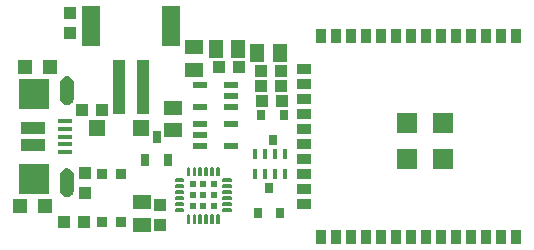
<source format=gbr>
G04 EAGLE Gerber RS-274X export*
G75*
%MOMM*%
%FSLAX34Y34*%
%LPD*%
%INSolderpaste Top*%
%IPPOS*%
%AMOC8*
5,1,8,0,0,1.08239X$1,22.5*%
G01*
%ADD10R,1.240000X1.500000*%
%ADD11R,1.000000X1.075000*%
%ADD12R,1.500000X1.240000*%
%ADD13R,1.200000X0.550000*%
%ADD14R,1.400000X1.400000*%
%ADD15R,1.000000X4.600000*%
%ADD16R,1.600000X3.400000*%
%ADD17R,1.200000X1.200000*%
%ADD18R,1.075000X1.000000*%
%ADD19R,0.900000X0.900000*%
%ADD20C,0.140000*%
%ADD21R,0.600000X0.600000*%
%ADD22R,2.000000X1.000000*%
%ADD23R,2.500000X2.500000*%
%ADD24R,1.250000X0.300000*%
%ADD25R,0.800000X0.900000*%
%ADD26R,0.900000X1.200000*%
%ADD27R,1.200000X0.900000*%
%ADD28R,1.778000X1.778000*%
%ADD29R,0.635000X1.016000*%
%ADD30R,0.450000X0.900000*%

G36*
X53548Y141173D02*
X53548Y141173D01*
X54822Y141373D01*
X54869Y141390D01*
X54959Y141411D01*
X56155Y141889D01*
X56198Y141916D01*
X56281Y141956D01*
X57341Y142688D01*
X57377Y142724D01*
X57448Y142782D01*
X58319Y143732D01*
X58346Y143774D01*
X58403Y143847D01*
X59040Y144967D01*
X59057Y145014D01*
X59096Y145097D01*
X59469Y146331D01*
X59474Y146381D01*
X59494Y146471D01*
X59583Y147756D01*
X59581Y147776D01*
X59584Y147800D01*
X59584Y158800D01*
X59582Y158815D01*
X59583Y158835D01*
X59522Y159961D01*
X59511Y160008D01*
X59503Y160084D01*
X59222Y161177D01*
X59202Y161221D01*
X59180Y161294D01*
X58692Y162311D01*
X58664Y162350D01*
X58627Y162417D01*
X57950Y163320D01*
X57915Y163353D01*
X57866Y163411D01*
X57026Y164164D01*
X56985Y164190D01*
X56925Y164238D01*
X55954Y164812D01*
X55909Y164829D01*
X55842Y164865D01*
X54777Y165239D01*
X54730Y165247D01*
X54657Y165269D01*
X53540Y165428D01*
X53512Y165427D01*
X53360Y165428D01*
X52244Y165269D01*
X52198Y165254D01*
X52123Y165239D01*
X51058Y164865D01*
X51016Y164841D01*
X50946Y164812D01*
X49975Y164238D01*
X49938Y164206D01*
X49874Y164164D01*
X49034Y163411D01*
X49005Y163374D01*
X48950Y163320D01*
X48273Y162417D01*
X48251Y162374D01*
X48208Y162311D01*
X47720Y161294D01*
X47707Y161247D01*
X47678Y161177D01*
X47397Y160084D01*
X47394Y160036D01*
X47378Y159961D01*
X47317Y158835D01*
X47319Y158819D01*
X47316Y158800D01*
X47316Y147800D01*
X47319Y147785D01*
X47317Y147765D01*
X47378Y146639D01*
X47390Y146592D01*
X47397Y146516D01*
X47678Y145423D01*
X47698Y145379D01*
X47720Y145306D01*
X48208Y144289D01*
X48237Y144250D01*
X48273Y144183D01*
X48950Y143280D01*
X48985Y143247D01*
X49034Y143189D01*
X49874Y142436D01*
X49915Y142410D01*
X49975Y142362D01*
X50946Y141788D01*
X50991Y141771D01*
X51058Y141735D01*
X52123Y141361D01*
X52170Y141353D01*
X52244Y141331D01*
X53360Y141172D01*
X53361Y141172D01*
X53548Y141173D01*
G37*
G36*
X53548Y63173D02*
X53548Y63173D01*
X54822Y63373D01*
X54869Y63390D01*
X54959Y63411D01*
X56155Y63889D01*
X56198Y63916D01*
X56281Y63956D01*
X57341Y64688D01*
X57377Y64724D01*
X57448Y64782D01*
X58319Y65732D01*
X58346Y65774D01*
X58403Y65847D01*
X59040Y66967D01*
X59057Y67014D01*
X59096Y67097D01*
X59469Y68331D01*
X59474Y68381D01*
X59494Y68471D01*
X59583Y69756D01*
X59581Y69776D01*
X59584Y69800D01*
X59584Y80800D01*
X59582Y80815D01*
X59583Y80835D01*
X59522Y81961D01*
X59511Y82008D01*
X59503Y82084D01*
X59222Y83177D01*
X59202Y83221D01*
X59180Y83294D01*
X58692Y84311D01*
X58664Y84350D01*
X58627Y84417D01*
X57950Y85320D01*
X57915Y85353D01*
X57866Y85411D01*
X57026Y86164D01*
X56985Y86190D01*
X56925Y86238D01*
X55954Y86812D01*
X55909Y86829D01*
X55842Y86865D01*
X54777Y87239D01*
X54730Y87247D01*
X54657Y87269D01*
X53540Y87428D01*
X53512Y87427D01*
X53360Y87428D01*
X52244Y87269D01*
X52198Y87254D01*
X52123Y87239D01*
X51058Y86865D01*
X51016Y86841D01*
X50946Y86812D01*
X49975Y86238D01*
X49938Y86206D01*
X49874Y86164D01*
X49034Y85411D01*
X49005Y85374D01*
X48950Y85320D01*
X48273Y84417D01*
X48251Y84374D01*
X48208Y84311D01*
X47720Y83294D01*
X47707Y83247D01*
X47678Y83177D01*
X47397Y82084D01*
X47394Y82036D01*
X47378Y81961D01*
X47317Y80835D01*
X47319Y80819D01*
X47316Y80800D01*
X47316Y69800D01*
X47319Y69785D01*
X47317Y69765D01*
X47378Y68639D01*
X47390Y68592D01*
X47397Y68516D01*
X47678Y67423D01*
X47698Y67379D01*
X47720Y67306D01*
X48208Y66289D01*
X48237Y66250D01*
X48273Y66183D01*
X48950Y65280D01*
X48985Y65247D01*
X49034Y65189D01*
X49874Y64436D01*
X49915Y64410D01*
X49975Y64362D01*
X50946Y63788D01*
X50991Y63771D01*
X51058Y63735D01*
X52123Y63361D01*
X52170Y63353D01*
X52244Y63331D01*
X53360Y63172D01*
X53361Y63172D01*
X53548Y63173D01*
G37*
D10*
X198680Y188830D03*
X179680Y188830D03*
D11*
X131910Y56250D03*
X131910Y39250D03*
D12*
X143660Y138440D03*
X143660Y119440D03*
D13*
X192071Y139090D03*
X192071Y148590D03*
X192071Y158090D03*
X166069Y158090D03*
X166069Y139090D03*
D14*
X116290Y121920D03*
X79290Y121920D03*
D15*
X97950Y156040D03*
X117950Y156040D03*
D16*
X73950Y208040D03*
X141950Y208040D03*
D13*
X166069Y125070D03*
X166069Y115570D03*
X166069Y106070D03*
X192071Y106070D03*
X192071Y125070D03*
D17*
X34630Y55880D03*
X13630Y55880D03*
D18*
X51190Y41910D03*
X68190Y41910D03*
D12*
X161290Y189840D03*
X161290Y170840D03*
D19*
X99440Y41730D03*
X83440Y41730D03*
X83440Y82730D03*
X99440Y82730D03*
D17*
X18075Y173355D03*
X39075Y173355D03*
D11*
X55880Y219320D03*
X55880Y202320D03*
D20*
X145610Y77970D02*
X152210Y77970D01*
X152210Y76570D01*
X145610Y76570D01*
X145610Y77970D01*
X145610Y77900D02*
X152210Y77900D01*
X152210Y72970D02*
X145610Y72970D01*
X152210Y72970D02*
X152210Y71570D01*
X145610Y71570D01*
X145610Y72970D01*
X145610Y72900D02*
X152210Y72900D01*
X152210Y67970D02*
X145610Y67970D01*
X152210Y67970D02*
X152210Y66570D01*
X145610Y66570D01*
X145610Y67970D01*
X145610Y67900D02*
X152210Y67900D01*
X152210Y62970D02*
X145610Y62970D01*
X152210Y62970D02*
X152210Y61570D01*
X145610Y61570D01*
X145610Y62970D01*
X145610Y62900D02*
X152210Y62900D01*
X152210Y57970D02*
X145610Y57970D01*
X152210Y57970D02*
X152210Y56570D01*
X145610Y56570D01*
X145610Y57970D01*
X145610Y57900D02*
X152210Y57900D01*
X152210Y52970D02*
X145610Y52970D01*
X152210Y52970D02*
X152210Y51570D01*
X145610Y51570D01*
X145610Y52970D01*
X145610Y52900D02*
X152210Y52900D01*
X157110Y48070D02*
X157110Y41470D01*
X155710Y41470D01*
X155710Y48070D01*
X157110Y48070D01*
X157110Y42800D02*
X155710Y42800D01*
X155710Y44130D02*
X157110Y44130D01*
X157110Y45460D02*
X155710Y45460D01*
X155710Y46790D02*
X157110Y46790D01*
X162110Y48070D02*
X162110Y41470D01*
X160710Y41470D01*
X160710Y48070D01*
X162110Y48070D01*
X162110Y42800D02*
X160710Y42800D01*
X160710Y44130D02*
X162110Y44130D01*
X162110Y45460D02*
X160710Y45460D01*
X160710Y46790D02*
X162110Y46790D01*
X167110Y48070D02*
X167110Y41470D01*
X165710Y41470D01*
X165710Y48070D01*
X167110Y48070D01*
X167110Y42800D02*
X165710Y42800D01*
X165710Y44130D02*
X167110Y44130D01*
X167110Y45460D02*
X165710Y45460D01*
X165710Y46790D02*
X167110Y46790D01*
X172110Y48070D02*
X172110Y41470D01*
X170710Y41470D01*
X170710Y48070D01*
X172110Y48070D01*
X172110Y42800D02*
X170710Y42800D01*
X170710Y44130D02*
X172110Y44130D01*
X172110Y45460D02*
X170710Y45460D01*
X170710Y46790D02*
X172110Y46790D01*
X177110Y48070D02*
X177110Y41470D01*
X175710Y41470D01*
X175710Y48070D01*
X177110Y48070D01*
X177110Y42800D02*
X175710Y42800D01*
X175710Y44130D02*
X177110Y44130D01*
X177110Y45460D02*
X175710Y45460D01*
X175710Y46790D02*
X177110Y46790D01*
X182110Y48070D02*
X182110Y41470D01*
X180710Y41470D01*
X180710Y48070D01*
X182110Y48070D01*
X182110Y42800D02*
X180710Y42800D01*
X180710Y44130D02*
X182110Y44130D01*
X182110Y45460D02*
X180710Y45460D01*
X180710Y46790D02*
X182110Y46790D01*
X185610Y51570D02*
X192210Y51570D01*
X185610Y51570D02*
X185610Y52970D01*
X192210Y52970D01*
X192210Y51570D01*
X192210Y52900D02*
X185610Y52900D01*
X185610Y56570D02*
X192210Y56570D01*
X185610Y56570D02*
X185610Y57970D01*
X192210Y57970D01*
X192210Y56570D01*
X192210Y57900D02*
X185610Y57900D01*
X185610Y61570D02*
X192210Y61570D01*
X185610Y61570D02*
X185610Y62970D01*
X192210Y62970D01*
X192210Y61570D01*
X192210Y62900D02*
X185610Y62900D01*
X185610Y66570D02*
X192210Y66570D01*
X185610Y66570D02*
X185610Y67970D01*
X192210Y67970D01*
X192210Y66570D01*
X192210Y67900D02*
X185610Y67900D01*
X185610Y71570D02*
X192210Y71570D01*
X185610Y71570D02*
X185610Y72970D01*
X192210Y72970D01*
X192210Y71570D01*
X192210Y72900D02*
X185610Y72900D01*
X185610Y76570D02*
X192210Y76570D01*
X185610Y76570D02*
X185610Y77970D01*
X192210Y77970D01*
X192210Y76570D01*
X192210Y77900D02*
X185610Y77900D01*
X180710Y81470D02*
X180710Y88070D01*
X182110Y88070D01*
X182110Y81470D01*
X180710Y81470D01*
X180710Y82800D02*
X182110Y82800D01*
X182110Y84130D02*
X180710Y84130D01*
X180710Y85460D02*
X182110Y85460D01*
X182110Y86790D02*
X180710Y86790D01*
X175710Y88070D02*
X175710Y81470D01*
X175710Y88070D02*
X177110Y88070D01*
X177110Y81470D01*
X175710Y81470D01*
X175710Y82800D02*
X177110Y82800D01*
X177110Y84130D02*
X175710Y84130D01*
X175710Y85460D02*
X177110Y85460D01*
X177110Y86790D02*
X175710Y86790D01*
X170710Y88070D02*
X170710Y81470D01*
X170710Y88070D02*
X172110Y88070D01*
X172110Y81470D01*
X170710Y81470D01*
X170710Y82800D02*
X172110Y82800D01*
X172110Y84130D02*
X170710Y84130D01*
X170710Y85460D02*
X172110Y85460D01*
X172110Y86790D02*
X170710Y86790D01*
X165710Y88070D02*
X165710Y81470D01*
X165710Y88070D02*
X167110Y88070D01*
X167110Y81470D01*
X165710Y81470D01*
X165710Y82800D02*
X167110Y82800D01*
X167110Y84130D02*
X165710Y84130D01*
X165710Y85460D02*
X167110Y85460D01*
X167110Y86790D02*
X165710Y86790D01*
X160710Y88070D02*
X160710Y81470D01*
X160710Y88070D02*
X162110Y88070D01*
X162110Y81470D01*
X160710Y81470D01*
X160710Y82800D02*
X162110Y82800D01*
X162110Y84130D02*
X160710Y84130D01*
X160710Y85460D02*
X162110Y85460D01*
X162110Y86790D02*
X160710Y86790D01*
X155710Y88070D02*
X155710Y81470D01*
X155710Y88070D02*
X157110Y88070D01*
X157110Y81470D01*
X155710Y81470D01*
X155710Y82800D02*
X157110Y82800D01*
X157110Y84130D02*
X155710Y84130D01*
X155710Y85460D02*
X157110Y85460D01*
X157110Y86790D02*
X155710Y86790D01*
D21*
X159910Y55770D03*
X168910Y64770D03*
X159910Y64770D03*
X159910Y73770D03*
X177910Y73770D03*
X177910Y55770D03*
X177910Y64770D03*
X168910Y73770D03*
X168910Y55770D03*
D22*
X24450Y121800D03*
X24450Y106800D03*
D23*
X25450Y150300D03*
X25450Y78300D03*
D24*
X52200Y127300D03*
X52200Y120800D03*
X52200Y114300D03*
X52200Y107800D03*
X52200Y101300D03*
D10*
X233655Y185420D03*
X214655Y185420D03*
D25*
X227584Y111555D03*
X218084Y132555D03*
X237084Y132555D03*
X224790Y70690D03*
X234290Y49690D03*
X215290Y49690D03*
D18*
X182000Y173355D03*
X199000Y173355D03*
D12*
X116840Y58522D03*
X116840Y39522D03*
D26*
X433540Y199300D03*
X420840Y199300D03*
X408140Y199300D03*
X395440Y199300D03*
X382740Y199300D03*
X370040Y199300D03*
X357340Y199300D03*
X344640Y199300D03*
X331940Y199300D03*
X319240Y199300D03*
X306540Y199300D03*
X293840Y199300D03*
X281140Y199300D03*
X268440Y199300D03*
D27*
X254540Y171300D03*
X254540Y158600D03*
X254540Y145900D03*
X254540Y133200D03*
X254540Y120500D03*
X254540Y107800D03*
X254540Y95100D03*
X254540Y82400D03*
X254540Y69700D03*
X254540Y57000D03*
D26*
X268440Y29300D03*
X281140Y29300D03*
X293840Y29300D03*
X306540Y29300D03*
X319240Y29300D03*
X331940Y29300D03*
X344640Y29300D03*
X357340Y29300D03*
X370040Y29300D03*
X382740Y29300D03*
X395440Y29300D03*
X408140Y29300D03*
X420840Y29300D03*
X433540Y29300D03*
D28*
X372110Y125730D03*
X372110Y95250D03*
X341630Y95250D03*
X341630Y125730D03*
D29*
X129540Y114140D03*
X139040Y94140D03*
X120040Y94140D03*
D18*
X66430Y137160D03*
X83430Y137160D03*
D30*
X212425Y99940D03*
X212425Y82940D03*
X221425Y99940D03*
X229425Y99940D03*
X238425Y99940D03*
X238425Y82940D03*
X221425Y82940D03*
X229425Y82940D03*
D18*
X234560Y157480D03*
X217560Y157480D03*
X217560Y170180D03*
X234560Y170180D03*
D11*
X68580Y83430D03*
X68580Y66430D03*
D18*
X235830Y144780D03*
X218830Y144780D03*
M02*

</source>
